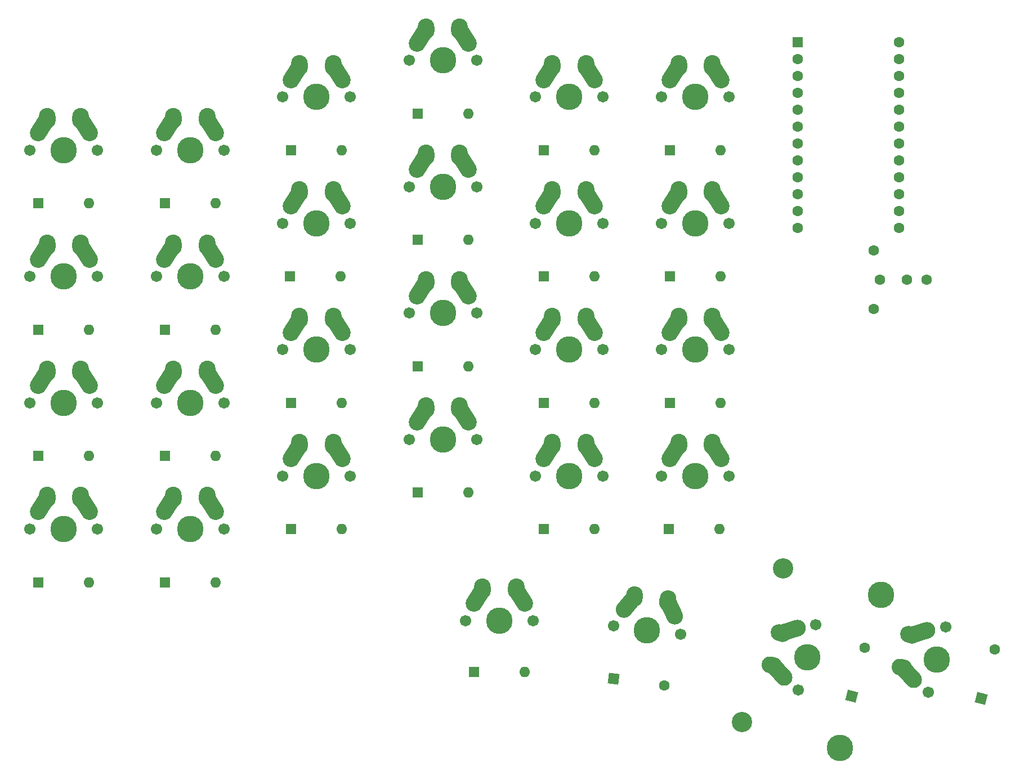
<source format=gbr>
%TF.GenerationSoftware,KiCad,Pcbnew,(6.0.2)*%
%TF.CreationDate,2022-03-02T20:59:58-08:00*%
%TF.ProjectId,CANDIEKEYBOARD,43414e44-4945-44b4-9559-424f4152442e,rev?*%
%TF.SameCoordinates,Original*%
%TF.FileFunction,Soldermask,Bot*%
%TF.FilePolarity,Negative*%
%FSLAX46Y46*%
G04 Gerber Fmt 4.6, Leading zero omitted, Abs format (unit mm)*
G04 Created by KiCad (PCBNEW (6.0.2)) date 2022-03-02 20:59:58*
%MOMM*%
%LPD*%
G01*
G04 APERTURE LIST*
G04 Aperture macros list*
%AMHorizOval*
0 Thick line with rounded ends*
0 $1 width*
0 $2 $3 position (X,Y) of the first rounded end (center of the circle)*
0 $4 $5 position (X,Y) of the second rounded end (center of the circle)*
0 Add line between two ends*
20,1,$1,$2,$3,$4,$5,0*
0 Add two circle primitives to create the rounded ends*
1,1,$1,$2,$3*
1,1,$1,$4,$5*%
%AMRotRect*
0 Rectangle, with rotation*
0 The origin of the aperture is its center*
0 $1 length*
0 $2 width*
0 $3 Rotation angle, in degrees counterclockwise*
0 Add horizontal line*
21,1,$1,$2,0,0,$3*%
G04 Aperture macros list end*
%ADD10R,1.600000X1.600000*%
%ADD11C,1.600000*%
%ADD12O,1.600000X1.600000*%
%ADD13C,1.701800*%
%ADD14C,3.987800*%
%ADD15HorizOval,2.500000X-0.604462X-0.948815X0.604462X0.948815X0*%
%ADD16HorizOval,2.500000X-0.019724X0.289328X0.019724X-0.289328X0*%
%ADD17HorizOval,2.500000X-0.019724X-0.289328X0.019724X0.289328X0*%
%ADD18HorizOval,2.500000X-0.604462X0.948815X0.604462X-0.948815X0*%
%ADD19HorizOval,2.500000X-0.760039X0.829437X0.760039X-0.829437X0*%
%ADD20HorizOval,2.500000X-0.284575X0.055831X0.284575X-0.055831X0*%
%ADD21HorizOval,2.500000X-0.274365X0.093936X0.274365X-0.093936X0*%
%ADD22HorizOval,2.500000X1.072932X0.338294X-1.072932X-0.338294X0*%
%ADD23HorizOval,2.500000X-0.018209X-0.289428X0.018209X0.289428X0*%
%ADD24HorizOval,2.500000X-0.723136X-0.861800X0.723136X0.861800X0*%
%ADD25HorizOval,2.500000X-0.057321X-0.284279X0.057321X0.284279X0*%
%ADD26HorizOval,2.500000X-0.475446X1.019596X0.475446X-1.019596X0*%
%ADD27RotRect,1.600000X1.600000X352.500000*%
%ADD28HorizOval,1.600000X0.000000X0.000000X0.000000X0.000000X0*%
%ADD29RotRect,1.600000X1.600000X75.000000*%
%ADD30HorizOval,1.600000X0.000000X0.000000X0.000000X0.000000X0*%
%ADD31C,3.048000*%
G04 APERTURE END LIST*
D10*
%TO.C,U1*%
X150404039Y-37547239D03*
D11*
X150404039Y-40087239D03*
X150404039Y-42627239D03*
X150404039Y-45167239D03*
X150404039Y-47707239D03*
X150404039Y-50247239D03*
X150404039Y-52787239D03*
X150404039Y-55327239D03*
X150404039Y-57867239D03*
X150404039Y-60407239D03*
X150404039Y-62947239D03*
X150404039Y-65487239D03*
X165644039Y-65487239D03*
X165644039Y-62947239D03*
X165644039Y-60407239D03*
X165644039Y-57867239D03*
X165644039Y-55327239D03*
X165644039Y-52787239D03*
X165644039Y-50247239D03*
X165644039Y-47707239D03*
X165644039Y-45167239D03*
X165644039Y-42627239D03*
X165644039Y-40087239D03*
X165644039Y-37547239D03*
%TD*%
D12*
%TO.C,D6*%
X138834039Y-53747239D03*
D10*
X131214039Y-53747239D03*
%TD*%
D13*
%TO.C,K8*%
X64104039Y-72747239D03*
D14*
X59024039Y-72747239D03*
D13*
X53944039Y-72747239D03*
D15*
X55769039Y-69227239D03*
D16*
X56504039Y-67957239D03*
D17*
X61544039Y-67957239D03*
D18*
X62279039Y-69227239D03*
%TD*%
D13*
%TO.C,K28*%
X170009238Y-135254142D03*
X172638840Y-125440336D03*
D14*
X171324039Y-130347239D03*
D19*
X167081524Y-132580285D03*
D20*
X166045030Y-131541629D03*
D21*
X167349478Y-126673363D03*
D22*
X168766436Y-126292107D03*
%TD*%
D10*
%TO.C,D25*%
X101714039Y-132247239D03*
D12*
X109334039Y-132247239D03*
%TD*%
D14*
%TO.C,K24*%
X135024039Y-102747239D03*
D13*
X129944039Y-102747239D03*
X140104039Y-102747239D03*
D16*
X132504039Y-97957239D03*
D15*
X131769039Y-99227239D03*
D18*
X138279039Y-99227239D03*
D17*
X137544039Y-97957239D03*
%TD*%
D14*
%TO.C,K26*%
X127724039Y-125947239D03*
D13*
X122687499Y-125284166D03*
X132760579Y-126610312D03*
D23*
X125850818Y-120869292D03*
D24*
X124956338Y-122032490D03*
D25*
X130847701Y-121527144D03*
D26*
X131410644Y-122882216D03*
%TD*%
D12*
%TO.C,D9*%
X81644039Y-72747239D03*
D10*
X74024039Y-72747239D03*
%TD*%
D13*
%TO.C,K7*%
X34944039Y-72747239D03*
D14*
X40024039Y-72747239D03*
D13*
X45104039Y-72747239D03*
D15*
X36769039Y-69227239D03*
D16*
X37504039Y-67957239D03*
D17*
X42544039Y-67957239D03*
D18*
X43279039Y-69227239D03*
%TD*%
D12*
%TO.C,D24*%
X138644039Y-110747239D03*
D10*
X131024039Y-110747239D03*
%TD*%
D27*
%TO.C,D26*%
X122746634Y-133249935D03*
D28*
X130301444Y-134244545D03*
%TD*%
D12*
%TO.C,D16*%
X100834039Y-86247239D03*
D10*
X93214039Y-86247239D03*
%TD*%
D12*
%TO.C,D2*%
X62834039Y-61747239D03*
D10*
X55214039Y-61747239D03*
%TD*%
D12*
%TO.C,D5*%
X119834039Y-53747239D03*
D10*
X112214039Y-53747239D03*
%TD*%
D13*
%TO.C,K20*%
X64104039Y-110747239D03*
X53944039Y-110747239D03*
D14*
X59024039Y-110747239D03*
D15*
X55769039Y-107227239D03*
D16*
X56504039Y-105957239D03*
D17*
X61544039Y-105957239D03*
D18*
X62279039Y-107227239D03*
%TD*%
D13*
%TO.C,K14*%
X53944039Y-91747239D03*
D14*
X59024039Y-91747239D03*
D13*
X64104039Y-91747239D03*
D16*
X56504039Y-86957239D03*
D15*
X55769039Y-88227239D03*
D18*
X62279039Y-88227239D03*
D17*
X61544039Y-86957239D03*
%TD*%
D11*
%TO.C,U2*%
X161797878Y-77668749D03*
X161797878Y-68868749D03*
X162797878Y-73268749D03*
X166797878Y-73268749D03*
X169797878Y-73268749D03*
%TD*%
D14*
%TO.C,K12*%
X135024039Y-64747239D03*
D13*
X129944039Y-64747239D03*
X140104039Y-64747239D03*
D15*
X131769039Y-61227239D03*
D16*
X132504039Y-59957239D03*
D17*
X137544039Y-59957239D03*
D18*
X138279039Y-61227239D03*
%TD*%
D12*
%TO.C,D18*%
X138834039Y-91747239D03*
D10*
X131214039Y-91747239D03*
%TD*%
D12*
%TO.C,D1*%
X43834039Y-61747239D03*
D10*
X36214039Y-61747239D03*
%TD*%
D12*
%TO.C,D8*%
X62834039Y-80747239D03*
D10*
X55214039Y-80747239D03*
%TD*%
D12*
%TO.C,D12*%
X138834039Y-72747239D03*
D10*
X131214039Y-72747239D03*
%TD*%
D12*
%TO.C,D22*%
X100834039Y-105247239D03*
D10*
X93214039Y-105247239D03*
%TD*%
D14*
%TO.C,K17*%
X116024039Y-83747239D03*
D13*
X110944039Y-83747239D03*
X121104039Y-83747239D03*
D16*
X113504039Y-78957239D03*
D15*
X112769039Y-80227239D03*
D18*
X119279039Y-80227239D03*
D17*
X118544039Y-78957239D03*
%TD*%
D12*
%TO.C,D20*%
X62834039Y-118747239D03*
D10*
X55214039Y-118747239D03*
%TD*%
D12*
%TO.C,D4*%
X100834039Y-48247239D03*
D10*
X93214039Y-48247239D03*
%TD*%
D12*
%TO.C,D13*%
X43834039Y-99747239D03*
D10*
X36214039Y-99747239D03*
%TD*%
D12*
%TO.C,D23*%
X119834039Y-110747239D03*
D10*
X112214039Y-110747239D03*
%TD*%
D12*
%TO.C,D21*%
X81834039Y-110747239D03*
D10*
X74214039Y-110747239D03*
%TD*%
D12*
%TO.C,D17*%
X119834039Y-91747239D03*
D10*
X112214039Y-91747239D03*
%TD*%
D14*
%TO.C,K3*%
X78024039Y-45747239D03*
D13*
X72944039Y-45747239D03*
X83104039Y-45747239D03*
D16*
X75504039Y-40957239D03*
D15*
X74769039Y-42227239D03*
D18*
X81279039Y-42227239D03*
D17*
X80544039Y-40957239D03*
%TD*%
D12*
%TO.C,D15*%
X81834039Y-91747239D03*
D10*
X74214039Y-91747239D03*
%TD*%
D14*
%TO.C,K11*%
X116024039Y-64747239D03*
D13*
X110944039Y-64747239D03*
X121104039Y-64747239D03*
D15*
X112769039Y-61227239D03*
D16*
X113504039Y-59957239D03*
D17*
X118544039Y-59957239D03*
D18*
X119279039Y-61227239D03*
%TD*%
D13*
%TO.C,K10*%
X102104039Y-59247239D03*
X91944039Y-59247239D03*
D14*
X97024039Y-59247239D03*
D16*
X94504039Y-54457239D03*
D15*
X93769039Y-55727239D03*
D17*
X99544039Y-54457239D03*
D18*
X100279039Y-55727239D03*
%TD*%
D14*
%TO.C,K22*%
X97024039Y-97247239D03*
D13*
X91944039Y-97247239D03*
X102104039Y-97247239D03*
D15*
X93769039Y-93727239D03*
D16*
X94504039Y-92457239D03*
D17*
X99544039Y-92457239D03*
D18*
X100279039Y-93727239D03*
%TD*%
D12*
%TO.C,D14*%
X62834039Y-99747239D03*
D10*
X55214039Y-99747239D03*
%TD*%
D13*
%TO.C,K6*%
X129944039Y-45747239D03*
D14*
X135024039Y-45747239D03*
D13*
X140104039Y-45747239D03*
D15*
X131769039Y-42227239D03*
D16*
X132504039Y-40957239D03*
D17*
X137544039Y-40957239D03*
D18*
X138279039Y-42227239D03*
%TD*%
D13*
%TO.C,K25*%
X100444039Y-124547239D03*
D14*
X105524039Y-124547239D03*
D13*
X110604039Y-124547239D03*
D16*
X103004039Y-119757239D03*
D15*
X102269039Y-121027239D03*
D18*
X108779039Y-121027239D03*
D17*
X108044039Y-119757239D03*
%TD*%
D12*
%TO.C,D3*%
X81834039Y-53747239D03*
D10*
X74214039Y-53747239D03*
%TD*%
D13*
%TO.C,K13*%
X45104039Y-91747239D03*
X34944039Y-91747239D03*
D14*
X40024039Y-91747239D03*
D15*
X36769039Y-88227239D03*
D16*
X37504039Y-86957239D03*
D17*
X42544039Y-86957239D03*
D18*
X43279039Y-88227239D03*
%TD*%
D13*
%TO.C,K1*%
X34944039Y-53747239D03*
D14*
X40024039Y-53747239D03*
D13*
X45104039Y-53747239D03*
D16*
X37504039Y-48957239D03*
D15*
X36769039Y-50227239D03*
D18*
X43279039Y-50227239D03*
D17*
X42544039Y-48957239D03*
%TD*%
D13*
%TO.C,K2*%
X53944039Y-53747239D03*
D14*
X59024039Y-53747239D03*
D13*
X64104039Y-53747239D03*
D15*
X55769039Y-50227239D03*
D16*
X56504039Y-48957239D03*
D18*
X62279039Y-50227239D03*
D17*
X61544039Y-48957239D03*
%TD*%
D12*
%TO.C,D11*%
X119834039Y-72747239D03*
D10*
X112214039Y-72747239D03*
%TD*%
D13*
%TO.C,K9*%
X83104039Y-64747239D03*
D14*
X78024039Y-64747239D03*
D13*
X72944039Y-64747239D03*
D15*
X74769039Y-61227239D03*
D16*
X75504039Y-59957239D03*
D18*
X81279039Y-61227239D03*
D17*
X80544039Y-59957239D03*
%TD*%
D29*
%TO.C,D28*%
X178024039Y-136247239D03*
D30*
X179996240Y-128886884D03*
%TD*%
D12*
%TO.C,D19*%
X43834039Y-118747239D03*
D10*
X36214039Y-118747239D03*
%TD*%
D13*
%TO.C,K4*%
X102104039Y-40247239D03*
D14*
X97024039Y-40247239D03*
D13*
X91944039Y-40247239D03*
D15*
X93769039Y-36727239D03*
D16*
X94504039Y-35457239D03*
D18*
X100279039Y-36727239D03*
D17*
X99544039Y-35457239D03*
%TD*%
D29*
%TO.C,D27*%
X158537939Y-135927417D03*
D30*
X160510140Y-128567062D03*
%TD*%
D14*
%TO.C,K5*%
X116024039Y-45747239D03*
D13*
X121104039Y-45747239D03*
X110944039Y-45747239D03*
D16*
X113504039Y-40957239D03*
D15*
X112769039Y-42227239D03*
D18*
X119279039Y-42227239D03*
D17*
X118544039Y-40957239D03*
%TD*%
D31*
%TO.C,K27*%
X148166829Y-116708165D03*
D14*
X162887538Y-120652568D03*
D31*
X141987265Y-139770610D03*
D13*
X150509238Y-134954142D03*
D14*
X156707975Y-143715013D03*
D13*
X153138840Y-125140336D03*
D14*
X151824039Y-130047239D03*
D20*
X146545030Y-131241629D03*
D19*
X147581524Y-132280285D03*
D21*
X147849478Y-126373363D03*
D22*
X149266436Y-125992107D03*
%TD*%
D13*
%TO.C,K23*%
X121104039Y-102747239D03*
X110944039Y-102747239D03*
D14*
X116024039Y-102747239D03*
D15*
X112769039Y-99227239D03*
D16*
X113504039Y-97957239D03*
D17*
X118544039Y-97957239D03*
D18*
X119279039Y-99227239D03*
%TD*%
D12*
%TO.C,D10*%
X100834039Y-67247239D03*
D10*
X93214039Y-67247239D03*
%TD*%
D13*
%TO.C,K21*%
X83104039Y-102747239D03*
X72944039Y-102747239D03*
D14*
X78024039Y-102747239D03*
D16*
X75504039Y-97957239D03*
D15*
X74769039Y-99227239D03*
D18*
X81279039Y-99227239D03*
D17*
X80544039Y-97957239D03*
%TD*%
D13*
%TO.C,K16*%
X102104039Y-78247239D03*
X91944039Y-78247239D03*
D14*
X97024039Y-78247239D03*
D15*
X93769039Y-74727239D03*
D16*
X94504039Y-73457239D03*
D17*
X99544039Y-73457239D03*
D18*
X100279039Y-74727239D03*
%TD*%
D14*
%TO.C,K18*%
X135024039Y-83747239D03*
D13*
X129944039Y-83747239D03*
X140104039Y-83747239D03*
D15*
X131769039Y-80227239D03*
D16*
X132504039Y-78957239D03*
D18*
X138279039Y-80227239D03*
D17*
X137544039Y-78957239D03*
%TD*%
D13*
%TO.C,K19*%
X45104039Y-110747239D03*
X34944039Y-110747239D03*
D14*
X40024039Y-110747239D03*
D16*
X37504039Y-105957239D03*
D15*
X36769039Y-107227239D03*
D17*
X42544039Y-105957239D03*
D18*
X43279039Y-107227239D03*
%TD*%
D13*
%TO.C,K15*%
X83104039Y-83747239D03*
X72944039Y-83747239D03*
D14*
X78024039Y-83747239D03*
D16*
X75504039Y-78957239D03*
D15*
X74769039Y-80227239D03*
D17*
X80544039Y-78957239D03*
D18*
X81279039Y-80227239D03*
%TD*%
D12*
%TO.C,D7*%
X43834039Y-80747239D03*
D10*
X36214039Y-80747239D03*
%TD*%
M02*

</source>
